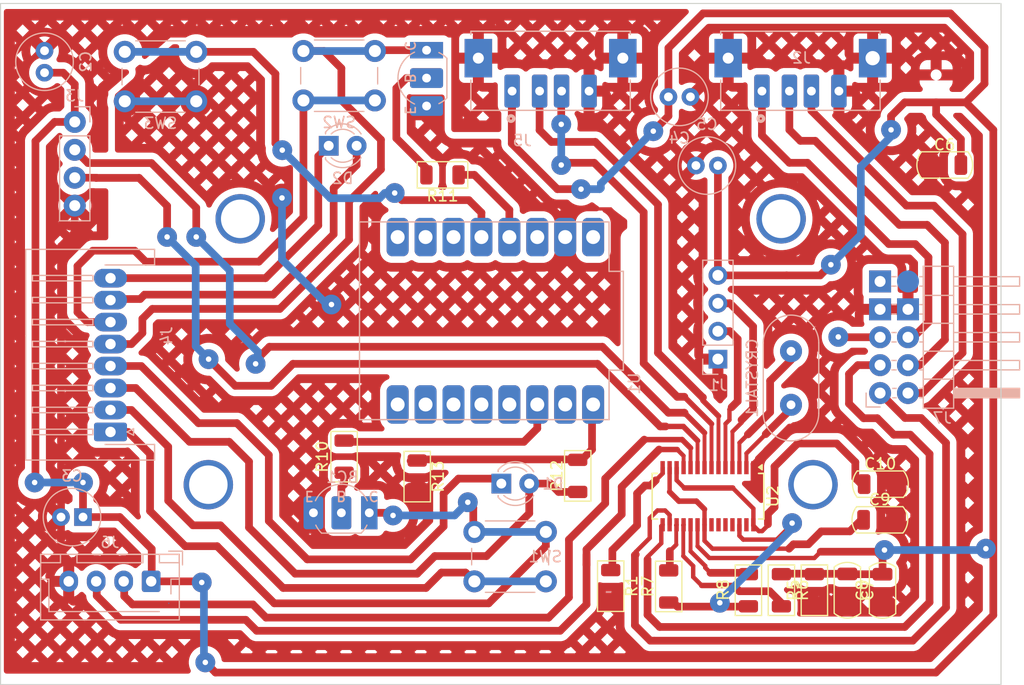
<source format=kicad_pcb>
(kicad_pcb (version 20241229) (generator "pcbnew") (generator_version "9.0")
  (layers (0 "F.Cu" signal) (2 "B.Cu" signal) (13 "F.Paste" user) (15 "B.Paste" user) (5 "F.SilkS" user "F.Silkscreen") (7 "B.SilkS" user "B.Silkscreen") (1 "F.Mask" user) (3 "B.Mask" user) (25 "Edge.Cuts" user))
  (net 0 "")
  (net 1 "GND")
  (net 2 "/VCC_2")
  (net 3 "/VD_3.3")
  (net 4 "/VCC_1")
  (net 5 "/FP_PW_L+")
  (net 6 "/FP_PW_L-")
  (net 7 "Net-(BC1-B)")
  (net 8 "/DATA_U+")
  (net 9 "Net-(BC2-B)")
  (net 10 "/DATA_1+")
  (net 11 "/DATA_U-")
  (net 12 "/DATA_1-")
  (net 13 "/FP_PW_B+")
  (net 14 "/FP_RST_B+")
  (net 15 "/FP_RST_B-")
  (net 16 "/FP_PW_B-")
  (net 17 "/DATA_3_SOCKET-")
  (net 18 "/DATA_3_SOCKET+")
  (net 19 "/ESP_USB_DATA+")
  (net 20 "/ESP_USB_DATA-")
  (net 21 "/DATA_4_SOCKET-")
  (net 22 "/DATA_4_SOCKET+")
  (net 23 "/GND_ESP")
  (net 24 "Net-(U2-VD33)")
  (net 25 "Net-(U2-VD18)")
  (net 26 "/GPIO3")
  (net 27 "/GPIO5")
  (net 28 "/GPIO4")
  (net 29 "/DATA_2+")
  (net 30 "/DATA_2-")
  (net 41 "/FP_HDD_L-")
  (net 42 "/FP_HDD_L+")
  (net 43 "Net-(U2-XIN)")
  (net 44 "Net-(U2-XOUT)")
  (net 46 "Net-(U2-VBUSM)")
  (net 47 "Net-(U2-~{XRSTJ})")
  (net 48 "Net-(U2-BUSJ)")
  (net 49 "Net-(U2-REXT)")
  (net 55 "/GPIO7")
  (footprint "PCM_Resistor_SMD_AKL:R_1206_3216Metric" (layer "F.Cu") (at 140.9 102.5625 -90)
    (property "Reference" "R13")
    (property "Value" "R_10kOm" (hide yes))
  )
  (footprint "PCM_Resistor_SMD_AKL:R_1206_3216Metric" (layer "F.Cu") (at 171.025 112.907668 90)
    (property "Reference" "R8")
    (property "Value" "R_100kOm" (hide yes))
  )
  (footprint "PCM_Resistor_SMD_AKL:R_1206_3216Metric" (layer "F.Cu") (at 158.5 112.5375 -90)
    (property "Reference" "R1")
    (property "Value" "2.7kOm" (hide yes))
  )
  (footprint "PCM_Capacitor_SMD_AKL:C_1206_3216Metric" (layer "F.Cu") (at 183.025 103.25)
    (property "Reference" "C10")
    (property "Value" "10uF_0603" (hide yes))
  )
  (footprint "PCM_Capacitor_SMD_AKL:C_1206_3216Metric" (layer "F.Cu") (at 182.975 106.5)
    (property "Reference" "C9")
    (property "Value" "10uF_0603" (hide yes))
  )
  (footprint "PCM_Capacitor_SMD_AKL:C_1206_3216Metric" (layer "F.Cu") (at 180.025 112.9 -90)
    (property "Reference" "C7")
    (property "Value" "10uF_0603" (hide yes))
  )
  (footprint "PCM_Resistor_SMD_AKL:R_1206_3216Metric" (layer "F.Cu") (at 155.5 102.5 90)
    (property "Reference" "R12")
    (property "Value" "R_10kOm" (hide yes))
  )
  (footprint "PCM_Resistor_SMD_AKL:R_1206_3216Metric" (layer "F.Cu") (at 177.025 112.907668 90)
    (property "Reference" "R5")
    (property "Value" "R_100kOm" (hide yes))
  )
  (footprint "PCM_Resistor_SMD_AKL:R_1206_3216Metric" (layer "F.Cu") (at 143.2 75.1 180)
    (property "Reference" "R11")
    (property "Value" "R_1kOm" (hide yes))
  )
  (footprint "PCM_Capacitor_SMD_AKL:C_1206_3216Metric" (layer "F.Cu") (at 183.225 112.925 90)
    (property "Reference" "C8")
    (property "Value" "10uF_0603" (hide yes))
  )
  (footprint "PCM_Resistor_SMD_AKL:R_1206_3216Metric" (layer "F.Cu") (at 174.025 112.907668 -90)
    (property "Reference" "R6")
    (property "Value" "R_47kOm" (hide yes))
  )
  (footprint "PCM_Capacitor_SMD_AKL:C_1206_3216Metric" (layer "F.Cu") (at 188.875 74.2)
    (property "Reference" "C6")
    (property "Value" "10uF_0603" (hide yes))
  )
  (footprint "Package_SO:SSOP-28_3.9x9.9mm_P0.635mm" (layer "F.Cu") (at 167.35 104.35 -90)
    (property "Reference" "U2")
    (property "Value" "FE1.1s")
  )
  (footprint "PCM_Resistor_SMD_AKL:R_1206_3216Metric" (layer "F.Cu") (at 134.25 100.75 -90)
    (property "Reference" "R10")
    (property "Value" "R_1kOm" (hide yes))
  )
  (footprint "PCM_Resistor_SMD_AKL:R_1206_3216Metric" (layer "F.Cu") (at 163.775 112.5625 90)
    (property "Reference" "R7")
    (property "Value" "R_100kOm" (hide yes))
  )
  (footprint "PCM_Capacitor_THT_AKL:C_Radial_D5.0mm_H11.0mm_P2.00mm" (layer "B.Cu") (at 107 65.8 90)
    (property "Reference" "C2")
    (property "Value" "100uF_16V" (hide yes))
  )
  (footprint "ESP32-C3_SUPERMINI_TH:MODULE_ESP32-C3_SUPERMINI" (layer "B.Cu") (at 147 88.38 90)
    (property "Reference" "U1")
    (property "Value" "ESP32-C3_SUPERMINI_TH")
  )
  (footprint "Connector_PinHeader_2.54mm:PinHeader_2x05_P2.54mm_Horizontal" (layer "B.Cu") (at 183 94.96)
    (property "Reference" "J7")
    (property "Value" "PINHD_2x5_Male")
  )
  (footprint "PCM_Package_TO_SOT_THT_AKL:TO-92_Inline_Wide_CBE" (layer "B.Cu") (at 141.75 63.75 -90)
    (property "Reference" "BC2" (hide yes))
    (property "Value" "Q2" (hide yes))
  )
  (footprint "PCM_Capacitor_THT_AKL:C_Radial_D5.0mm_H11.0mm_P2.00mm" (layer "B.Cu") (at 163.75 68)
    (property "Reference" "C4")
    (property "Value" "100uF_16V" (hide yes))
  )
  (footprint "LED_THT:LED_D3.0mm" (layer "B.Cu") (at 148.55 103.2)
    (property "Reference" "D1")
    (property "Value" "LED_3mm")
  )
  (footprint "LED_THT:LED_D3.0mm" (layer "B.Cu") (at 132.85 72.45)
    (property "Reference" "D2")
    (property "Value" "LED_3mm")
  )
  (footprint "Connector_JST:Connector_MB_FP" (layer "B.Cu") (at 111.4 98.5 90)
    (property "Reference" "J4")
    (property "Value" "Conn_01x08_Pin")
  )
  (footprint "Button_Switch_THT:SW_PUSH_6mm" (layer "B.Cu") (at 130.55 68.325)
    (property "Reference" "SW2")
    (property "Value" "Push_Button")
  )
  (footprint "PCM_Capacitor_THT_AKL:C_Radial_D5.0mm_H11.0mm_P2.00mm" (layer "B.Cu") (at 168.25 74.25 180)
    (property "Reference" "C5")
    (property "Value" "100uF_16V" (hide yes))
  )
  (footprint "USB-A1VSB6:ONSHORE_USB-A1VSB6" (layer "B.Cu") (at 153.03 64.475)
    (property "Reference" "J5")
    (property "Value" "USB_2")
  )
  (footprint "USB-A1VSB6:ONSHORE_USB-A1VSB6" (layer "B.Cu") (at 175.755 64.475)
    (property "Reference" "J2")
    (property "Value" "USB_1")
  )
  (footprint "Button_Switch_THT:SW_PUSH_6mm" (layer "B.Cu") (at 152.6 107.6 180)
    (property "Reference" "SW1")
    (property "Value" "Push_Button")
  )
  (footprint "Connector_JST:JST_XH_B4B-XH-AM_1x04_P2.50mm_Vertical" (layer "B.Cu") (at 116.7 112.1 180)
    (property "Reference" "J6")
    (property "Value" "USB_3_SOCKET")
  )
  (footprint "PCM_Package_TO_SOT_THT_AKL:TO-92_Inline_Wide_CBE" (layer "B.Cu") (at 136.54 105.86 180)
    (property "Reference" "BC1")
    (property "Value" "Q1" (hide yes))
  )
  (footprint "Connector_PinHeader_2.54mm:PinHeader_1x04_P2.54mm_Vertical" (layer "B.Cu") (at 168.25 91.87)
    (property "Reference" "J1")
    (property "Value" "Conn_01x04_Pin")
  )
  (footprint "Button_Switch_THT:SW_PUSH_6mm" (layer "B.Cu") (at 114.3 68.4)
    (property "Reference" "SW3")
    (property "Value" "Push_Button")
  )
  (footprint "Connector_PinHeader_2.54mm:PinHeader_1x04_P2.54mm_Vertical" (layer "B.Cu") (at 109.75 70.28 180)
    (property "Reference" "J3")
    (property "Value" "USB_4_SOCKET")
  )
  (footprint "Crystal:Crystal_HC49-4H_Vertical" (layer "B.Cu") (at 174.9 91.15 -90)
    (property "Reference" "CRYSTAL1")
    (property "Value" "12 000")
  )
  (footprint "PCM_Capacitor_THT_AKL:C_Radial_D5.0mm_H11.0mm_P2.00mm" (layer "B.Cu") (at 110.5 106.25 180)
    (property "Reference" "C3")
    (property "Value" "100uF_16V" (hide yes))
  )
  (gr_rect (start 103 59.5) (end 194 121.5) (stroke (width 0.1)) (fill no) (layer "Edge.Cuts"))
  (via (at 121.9 103.3) (size 4.5) (drill 3.5) (layers "F.Cu" "B.Cu") (net 0))
  (via (at 174 79.1) (size 4.5) (drill 3.5) (layers "F.Cu" "B.Cu") (net 0))
  (via (at 176.9 103.3) (size 4.5) (drill 3.5) (layers "F.Cu" "B.Cu") (net 0))
  (via (at 124.8 79.1) (size 4.5) (drill 3.5) (layers "F.Cu" "B.Cu") (net 0))
  (segment (start 174.8 98.1) (end 176.9 98.1) (width 0.7) (layer "F.Cu") (net 1))
  (segment (start 108.5 109.6) (end 109.25 110.35) (width 0.7) (layer "F.Cu") (net 1))
  (segment (start 171.4775 103.152595) (end 171.490732 103.165827) (width 0.5) (layer "F.Cu") (net 1))
  (segment (start 109.75 80.35) (end 108.5 81.6) (width 0.7) (layer "F.Cu") (net 1))
  (segment (start 172.7 100.2) (end 171.4775 101.4225) (width 0.5) (layer "F.Cu") (net 1))
  (segment (start 172.7 100.2) (end 174.8 98.1) (width 0.7) (layer "F.Cu") (net 1))
  (segment (start 109.75 77.9) (end 109.75 80.35) (width 0.7) (layer "F.Cu") (net 1))
  (segment (start 109.25 110.35) (end 109.25 112.05) (width 0.7) (layer "F.Cu") (net 1))
  (segment (start 171.4775 101.4225) (end 171.4775 103.152595) (width 0.5) (layer "F.Cu") (net 1))
  (segment (start 185.54 87.34) (end 183 87.34) (width 0.7) (layer "F.Cu") (net 1))
  (segment (start 109.25 112.05) (end 109.2 112.1) (width 0.7) (layer "F.Cu") (net 1))
  (segment (start 108.5 81.6) (end 108.5 109.6) (width 0.7) (layer "F.Cu") (net 1))
  (segment (start 176.9 98.1) (end 177.3 97.7) (width 0.7) (layer "F.Cu") (net 1))
  (segment (start 116.75 109.15) (end 113.85 106.25) (width 0.7) (layer "F.Cu") (net 2))
  (segment (start 174.072917 111.4) (end 177.108334 111.4) (width 0.7) (layer "F.Cu") (net 2))
  (segment (start 166.9 60.4) (end 189.4 60.4) (width 0.7) (layer "F.Cu") (net 2))
  (segment (start 116.7 112.1) (end 116.75 112.05) (width 0.7) (layer "F.Cu") (net 2))
  (segment (start 193.3 71) (end 190.8 68.5) (width 0.7) (layer "F.Cu") (net 2))
  (segment (start 185.25 68.5) (end 188.1 68.5) (width 0.7) (layer "F.Cu") (net 2))
  (segment (start 121.3 112.2) (end 121.2 112.1) (width 0.7) (layer "F.Cu") (net 2))
  (segment (start 121.2 112.1) (end 116.7 112.1) (width 0.7) (layer "F.Cu") (net 2))
  (segment (start 121.625 119.475) (end 122.55 120.4) (width 0.7) (layer "F.Cu") (net 2))
  (segment (start 174.5 84.25) (end 168.25 84.25) (width 0.7) (layer "F.Cu") (net 2))
  (segment (start 106.175 72.025) (end 107.92 70.28) (width 0.7) (layer "F.Cu") (net 2))
  (segment (start 163.75 68) (end 163.75 63.55) (width 0.7) (layer "F.Cu") (net 2))
  (segment (start 177.108334 111.4) (end 177.120834 111.4125) (width 0.7) (layer "F.Cu") (net 2))
  (segment (start 166.3975 106.95) (end 166.3975 108.8975) (width 0.35) (layer "F.Cu") (net 2))
  (segment (start 182.725 109.4) (end 182.725 109.425) (width 0.4) (layer "F.Cu") (net 2))
  (segment (start 192.5 63.5) (end 192.5 66.8) (width 0.7) (layer "F.Cu") (net 2))
  (segment (start 106.1 103.1) (end 106.175 103.025) (width 0.7) (layer "F.Cu") (net 2))
  (segment (start 109.75 66.85) (end 108.7 65.8) (width 0.7) (layer "F.Cu") (net 2))
  (segment (start 149.5 72.25) (end 149.5 69.06) (width 0.7) (layer "F.Cu") (net 2))
  (segment (start 180.10625 111.4125) (end 180.16875 111.35) (width 0.7) (layer "F.Cu") (net 2))
  (segment (start 153.65 76.4) (end 149.5 72.25) (width 0.7) (layer "F.Cu") (net 2))
  (segment (start 178.525 83.275) (end 177.55 84.25) (width 0.7) (layer "F.Cu") (net 2))
  (segment (start 180.05 111.45) (end 180.025 111.425) (width 0.7) (layer "F.Cu") (net 2))
  (segment (start 177.6 109.4) (end 182.725 109.4) (width 0.7) (layer "F.Cu") (net 2))
  (segment (start 182.725 109.425) (end 183.225 109.925) (width 0.7) (layer "F.Cu") (net 2))
  (segment (start 168.2 84.2) (end 168.25 84.25) (width 0.7) (layer "F.Cu") (net 2))
  (segment (start 168.25 84.25) (end 168.25 74.25) (width 0.7) (layer "F.Cu") (net 2))
  (segment (start 155.8 76.4) (end 153.65 76.4) (width 0.7) (layer "F.Cu") (net 2))
  (segment (start 167.475 109.975) (end 177.025 109.975) (width 0.4) (layer "F.Cu") (net 2))
  (segment (start 149.5 69.06) (end 149.53 69.03) (width 0.7) (layer "F.Cu") (net 2))
  (segment (start 183.4 109.25) (end 183.4 109.75) (width 0.4) (layer "F.Cu") (net 2))
  (segment (start 183.225 111.45) (end 180.05 111.45) (width 0.7) (layer "F.Cu") (net 2))
  (segment (start 107.92 70.28) (end 109.75 70.28) (width 0.7) (layer "F.Cu") (net 2))
  (segment (start 189.4 60.4) (end 192.5 63.5) (width 0.7) (layer "F.Cu") (net 2))
  (segment (start 188.1 68.5) (end 188.1 69.6) (width 0.7) (layer "F.Cu") (net 2))
  (segment (start 108.7 65.8) (end 107 65.8) (width 0.7) (layer "F.Cu") (net 2))
  (segment (start 110.5 103.1) (end 110.5 106.25) (width 0.7) (layer "F.Cu") (net 2))
  (segment (start 183.4 109.75) (end 183.225 109.925) (width 0.4) (layer "F.Cu") (net 2))
  (segment (start 149.53 69.03) (end 149.53 67.475) (width 0.7) (layer "F.Cu") (net 2))
  (segment (start 193.3 115.175) (end 193.3 71) (width 0.7) (layer "F.Cu") (net 2))
  (segment (start 163.75 69.744186) (end 163.75 68) (width 0.7) (layer "F.Cu") (net 2))
  (segment (start 116.75 112.05) (end 116.75 109.15) (width 0.7) (layer "F.Cu") (net 2))
  (segment (start 190.8 68.5) (end 188.1 68.5) (width 0.7) (layer "F.Cu") (net 2))
  (segment (start 192.5 66.8) (end 190.8 68.5) (width 0.7) (layer "F.Cu") (net 2))
  (segment (start 177.120834 111.4125) (end 180.10625 111.4125) (width 0.7) (layer "F.Cu") (net 2))
  (segment (start 179.2 89.85) (end 179.23 89.88) (width 0.7) (layer "F.Cu") (net 2))
  (segment (start 183.225 109.925) (end 183.225 111.45) (width 0.7) (layer "F.Cu") (net 2))
  (segment (start 184 71) (end 184 69.75) (width 0.7) (layer "F.Cu") (net 2))
  (segment (start 166.3975 108.8975) (end 167.475 109.975) (width 0.4) (layer "F.Cu") (net 2))
  (segment (start 179.23 89.88) (end 183 89.88) (width 0.7) (layer "F.Cu") (net 2))
  (segment (start 163.75 63.55) (end 166.9 60.4) (width 0.7) (layer "F.Cu") (net 2))
  (segment (start 106.175 103.025) (end 106.175 72.025) (width 0.7) (layer "F.Cu") (net 2))
  (segment (start 188.075 120.4) (end 193.3 115.175) (width 0.7) (layer "F.Cu") (net 2))
  (segment (start 177.55 84.25) (end 174.5 84.25) (width 0.7) (layer "F.Cu") (net 2))
  (segment (start 113.85 106.25) (end 110.5 106.25) (width 0.7) (layer "F.Cu") (net 2))
  (segment (start 177.025 109.975) (end 177.6 109.4) (width 0.4) (layer "F.Cu") (net 2))
  (segment (start 122.55 120.4) (end 188.075 120.4) (width 0.7) (layer "F.Cu") (net 2))
  (segment (start 188.1 69.6) (end 190.35 71.85) (width 0.7) (layer "F.Cu") (net 2))
  (segment (start 190.35 71.85) (end 190.35 74.2) (width 0.7) (layer "F.Cu") (net 2))
  (segment (start 184 69.75) (end 185.25 68.5) (width 0.7) (layer "F.Cu") (net 2))
  (segment (start 162.372093 71.122093) (end 163.75 69.744186) (width 0.7) (layer "F.Cu") (net 2))
  (segment (start 109.75 70.28) (end 109.75 66.85) (width 0.7) (layer "F.Cu") (net 2))
  (via (at 155.8 76.4) (size 1.8) (drill 0.5) (layers "F.Cu" "B.Cu") (net 2))
  (via (at 192.625 109.125) (size 1.8) (drill 0.5) (layers "F.Cu" "B.Cu") (net 2))
  (via (at 110.5 103.1) (size 1.8) (drill 0.5) (layers "F.Cu" "B.Cu") (net 2))
  (via (at 184 71) (size 1.8) (drill 0.5) (layers "F.Cu" "B.Cu") (net 2))
  (via (at 106.1 103.1) (size 1.8) (drill 0.5) (layers "F.Cu" "B.Cu") (net 2))
  (via (at 179.2 89.85) (size 1.8) (drill 0.5) (layers "F.Cu" "B.Cu") (net 2))
  (via (at 183.4 109.25) (size 1.8) (drill 0.5) (layers "F.Cu" "B.Cu") (net 2))
  (via (at 162.372093 71.122093) (size 1.8) (drill 0.5) (layers "F.Cu" "B.Cu") (net 2))
  (via (at 178.525 83.275) (size 1.8) (drill 0.5) (layers "F.Cu" "B.Cu") (net 2))
  (via (at 121.3 112.2) (size 1.8) (drill 0.5) (layers "F.Cu" "B.Cu") (net 2))
  (via (at 121.625 119.475) (size 1.8) (drill 0.5) (layers "F.Cu" "B.Cu") (net 2))
  (segment (start 192.5 109.25) (end 192.625 109.125) (width 0.4) (layer "B.Cu") (net 2))
  (segment (start 184 71.6) (end 181.25 74.35) (width 0.7) (layer "B.Cu") (net 2))
  (segment (start 121.5 112.4) (end 121.5 119.35) (width 0.7) (layer "B.Cu") (net 2))
  (segment (start 155.8 76.4) (end 157.5 76.4) (width 0.7) (layer "B.Cu") (net 2))
  (segment (start 157.5 76.4) (end 157.6 76.3) (width 0.7) (layer "B.Cu") (net 2))
  (segment (start 181.25 74.35) (end 181.25 80.55) (width 0.7) (layer "B.Cu") (net 2))
  (segment (start 183.4 109.25) (end 192.5 109.25) (width 0.7) (layer "B.Cu") (net 2))
  (segment (start 110.5 103.1) (end 106.1 103.1) (width 0.7) (layer "B.Cu") (net 2))
  (segment (start 157.6 76.3) (end 157.6 75.894186) (width 0.7) (layer "B.Cu") (net 2))
  (segment (start 181.25 80.55) (end 178.525 83.275) (width 0.7) (layer "B.Cu") (net 2))
  (segment (start 157.6 75.894186) (end 162.372093 71.122093) (width 0.7) (layer "B.Cu") (net 2))
  (segment (start 121.3 112.2) (end 121.5 112.4) (width 0.7) (layer "B.Cu") (net 2))
  (segment (start 184 71) (end 184 71.6) (width 0.7) (layer "B.Cu") (net 2))
  (segment (start 121.5 119.35) (end 121.625 119.475) (width 0.7) (layer "B.Cu") (net 2))
  (segment (start 164.575 114.4) (end 164.225 114.05) (width 0.7) (layer "F.Cu") (net 3))
  (segment (start 164.225 114.05) (end 164.175 114) (width 0.4) (layer "F.Cu") (net 3))
  (segment (start 175 106.8) (end 174.775 107.025) (width 0.4) (layer "F.Cu") (net 3))
  (segment (start 174.775 107.125) (end 173.6 108.3) (width 0.4) (layer "F.Cu") (net 3))
  (segment (start 170.5575 108.3) (end 170.2075 107.95) (width 0.4) (layer "F.Cu") (net 3))
  (segment (start 173.6 108.3) (end 170.5575 108.3) (width 0.4) (layer "F.Cu") (net 3))
  (segment (start 170.2075 107.95) (end 170.2075 106.95) (width 0.4) (layer "F.Cu") (net 3))
  (segment (start 170.65 114.4) (end 164.575 114.4) (width 0.7) (layer "F.Cu") (net 3))
  (segment (start 170.679832 114.370168) (end 170.65 114.4) (width 0.7) (layer "F.Cu") (net 3))
  (segment (start 171.025 114.370168) (end 170.679832 114.370168) (width 0.7) (layer "F.Cu") (net 3))
  (segment (start 174.775 107.025) (end 174.775 107.125) (width 0.4) (layer "F.Cu") (net 3))
  (via (at 175 106.8) (size 1.8) (drill 0.5) (layers "F.Cu" "B.Cu") (net 3))
  (via (at 168.425 114.05) (size 1.8) (drill 0.5) (layers "F.Cu" "B.Cu") (net 3))
  (segment (start 175.1 107.2) (end 168.425 113.875) (width 0.7) (layer "B.Cu") (net 3))
  (segment (start 175.1 106.9) (end 175.1 107.2) (width 0.7) (layer "B.Cu") (net 3))
  (segment (start 168.425 113.875) (end 168.425 114.05) (width 0.7) (layer "B.Cu") (net 3))
  (segment (start 175 106.8) (end 175.1 106.9) (width 0.7) (layer "B.Cu") (net 3))
  (segment (start 174.75 74) (end 172.255 71.505) (width 0.7) (layer "F.Cu") (net 4))
  (segment (start 185.54 89.88) (end 186.02 89.88) (width 0.7) (layer "F.Cu") (net 4))
  (segment (start 176.4 74) (end 174.75 74) (width 0.7) (layer "F.Cu") (net 4))
  (segment (start 172.255 71.505) (end 172.255 67.475) (width 0.7) (layer "F.Cu") (net 4))
  (segment (start 187.4 82.6) (end 186.2 81.4) (width 0.7) (layer "F.Cu") (net 4))
  (segment (start 187.4 88.5) (end 187.4 82.6) (width 0.7) (layer "F.Cu") (net 4))
  (segment (start 186.2 81.4) (end 183.8 81.4) (width 0.7) (layer "F.Cu") (net 4))
  (segment (start 183.8 81.4) (end 176.4 74) (width 0.7) (layer "F.Cu") (net 4))
  (segment (start 186.02 89.88) (end 187.4 88.5) (width 0.7) (layer "F.Cu") (net 4))
  (segment (start 151.09 105.91) (end 151.09 103.2) (width 0.7) (layer "F.Cu") (net 5))
  (segment (start 155.5 103.9625) (end 153.7625 103.9625) (width 0.7) (layer "F.Cu") (net 5))
  (segment (start 153.7625 103.9625) (end 153 103.2) (width 0.7) (layer "F.Cu") (net 5))
  (segment (start 123.8 99.4) (end 125.6 101.2) (width 0.7) (layer "F.Cu") (net 5))
  (segment (start 113 94.5) (end 115.3 94.5) (width 0.7) (layer "F.Cu") (net 5))
  (segment (start 125.6 107.2) (end 129.8 111.4) (width 0.7) (layer "F.Cu") (net 5))
  (segment (start 153 103.2) (end 151.09 103.2) (width 0.7) (layer "F.Cu") (net 5))
  (segment (start 140.9 111.4) (end 142.5 109.8) (width 0.7) (layer "F.Cu") (net 5))
  (segment (start 142.5 109.8) (end 147.2 109.8) (width 0.7) (layer "F.Cu") (net 5))
  (segment (start 120.2 99.4) (end 123.8 99.4) (width 0.7) (layer "F.Cu") (net 5))
  (segment (start 115.3 94.5) (end 120.2 99.4) (width 0.7) (layer "F.Cu") (net 5))
  (segment (start 129.8 111.4) (end 140.9 111.4) (width 0.7) (layer "F.Cu") (net 5))
  (segment (start 125.6 101.2) (end 125.6 107.2) (width 0.7) (layer "F.Cu") (net 5))
  (segment (start 147.2 109.8) (end 151.09 105.91) (width 0.7) (layer "F.Cu") (net 5))
  (segment (start 115.8 92.5) (end 121 97.7) (width 0.7) (layer "F.Cu") (net 6))
  (segment (start 148.1 102.75) (end 148.55 103.2) (width 0.7) (layer "F.Cu") (net 6))
  (segment (start 143.3 104.1) (end 144.65 102.75) (width 0.7) (layer "F.Cu") (net 6))
  (segment (start 144.65 102.75) (end 148.1 102.75) (width 0.7) (layer "F.Cu") (net 6))
  (segment (start 127.4 106.6) (end 130.9 110.1) (width 0.7) (layer "F.Cu") (net 6))
  (segment (start 130.9 110.1) (end 140.3 110.1) (width 0.7) (layer "F.Cu") (net 6))
  (segment (start 113 92.5) (end 115.8 92.5) (width 0.7) (layer "F.Cu") (net 6))
  (segment (start 121 97.7) (end 124.5 97.7) (width 0.7) (layer "F.Cu") (net 6))
  (segment (start 127.4 100.6) (end 127.4 106.6) (width 0.7) (layer "F.Cu") (net 6))
  (segment (start 143.3 107.1) (end 143.3 104.1) (width 0.7) (layer "F.Cu") (net 6))
  (segment (start 124.5 97.7) (end 127.4 100.6) (width 0.7) (layer "F.Cu") (net 6))
  (segment (start 148.45 103.3) (end 148.55 103.2) (width 0.7) (layer "F.Cu") (net 6))
  (segment (start 140.3 110.1) (end 143.3 107.1) (width 0.7) (layer "F.Cu") (net 6))
  (segment (start 134 105.7) (end 134 103.525) (width 0.7) (layer "F.Cu") (net 7))
  (segment (start 134.25 103.275) (end 134.25 102.2125) (width 0.7) (layer "F.Cu") (net 7))
  (segment (start 134 103.525) (end 134.25 103.275) (width 0.7) (layer "F.Cu") (net 7))
  (segment (start 186.73 97.23) (end 185.27 97.23) (width 0.7) (layer "F.Cu") (net 8))
  (segment (start 162.5 117.5) (end 185.975 117.5) (width 0.7) (layer "F.Cu") (net 8))
  (segment (start 162.425 117.5) (end 162.1 117.5) (width 0.7) (layer "F.Cu") (net 8))
  (segment (start 163.45 105.65) (end 163.8575 106.0575) (width 0.4) (layer "F.Cu") (net 8))
  (segment (start 160.7 109.725) (end 160.775 109.65) (width 0.7) (layer "F.Cu") (net 8))
  (segment (start 189 114.475) (end 189 99.5) (width 0.7) (layer "F.Cu") (net 8))
  (segment (start 189 99.5) (end 186.73 97.23) (width 0.7) (layer "F.Cu") (net 8))
  (segment (start 162.75 105.65) (end 163.45 105.65) (width 0.4) (layer "F.Cu") (net 8))
  (segment (start 163.8575 106.0575) (end 163.8575 106.95) (width 0.4) (layer "F.Cu") (net 8))
  (segment (start 162.1 117.5) (end 160.7 116.1) (width 0.7) (layer "F.Cu") (net 8))
  (segment (start 160.775 109.425) (end 162.05 108.15) (width 0.4) (layer "F.Cu") (net 8))
  (segment (start 185.27 97.23) (end 183 94.96) (width 0.7) (layer "F.Cu") (net 8))
  (segment (start 160.775 109.65) (end 160.775 109.425) (width 0.4) (layer "F.Cu") (net 8))
  (segment (start 162.05 108.15) (end 162.05 106.35) (width 0.4) (layer "F.Cu") (net 8))
  (segment (start 162.05 106.35) (end 162.75 105.65) (width 0.4) (layer "F.Cu") (net 8))
  (segment (start 162.5 117.5) (end 162.425 117.5) (width 0.4) (layer "F.Cu") (net 8))
  (segment (start 160.7 116.1) (end 160.7 109.725) (width 0.7) (layer "F.Cu") (net 8))
  (segment (start 185.975 117.5) (end 189 114.475) (width 0.7) (layer "F.Cu") (net 8))
  (segment (start 139 71.7625) (end 139 67.211349) (width 0.7) (layer "F.Cu") (net 9))
  (segment (start 139 67.211349) (end 139.921349 66.29) (width 0.7) (layer "F.Cu") (net 9))
  (segment (start 139.921349 66.29) (end 141.75 66.29) (width 0.7) (layer "F.Cu") (net 9))
  (segment (start 141.7375 74.5) (end 139 71.7625) (width 0.7) (layer "F.Cu") (net 9))
  (segment (start 185.4 77.9) (end 187.9 77.9) (width 0.7) (layer "F.Cu") (net 10))
  (segment (start 186.84 94.96) (end 185.54 94.96) (width 0.7) (layer "F.Cu") (net 10))
  (segment (start 190.5 91.3) (end 186.84 94.96) (width 0.7) (layer "F.Cu") (net 10))
  (segment (start 176.755 69.255) (end 185.4 77.9) (width 0.7) (layer "F.Cu") (net 10))
  (segment (start 187.9 77.9) (end 190.5 80.5) (width 0.7) (layer "F.Cu") (net 10))
  (segment (start 176.755 67.475) (end 176.755 69.255) (width 0.7) (layer "F.Cu") (net 10))
  (segment (start 190.5 80.5) (end 190.5 91.3) (width 0.7) (layer "F.Cu") (net 10))
  (segment (start 187.5 114) (end 185.25 116.25) (width 0.7) (layer "F.Cu") (net 11))
  (segment (start 184.25 98.75) (end 185.75 98.75) (width 0.7) (layer "F.Cu") (net 11))
  (segment (start 163.1 107.0725) (end 163.2225 106.95) (width 0.4) (layer "F.Cu") (net 11))
  (segment (start 161.85 110.1) (end 161.85 109.875) (width 0.4) (layer "F.Cu") (net 11))
  (segment (start 161.85 109.875) (end 163.1 108.625) (width 0.4) (layer "F.Cu") (net 11))
  (segment (start 163.1 108.625) (end 163.1 107.0725) (width 0.4) (layer "F.Cu") (net 11))
  (segment (start 185.75 98.75) (end 187.5 100.5) (width 0.7) (layer "F.Cu") (net 11))
  (segment (start 183 92.42) (end 180.98 92.42) (width 0.7) (layer "F.Cu") (net 11))
  (segment (start 185.25 116.25) (end 162.95 116.25) (width 0.7) (layer "F.Cu") (net 11))
  (segment (start 182.75 97.25) (end 184.25 98.75) (width 0.7) (layer "F.Cu") (net 11))
  (segment (start 187.5 100.5) (end 187.5 114) (width 0.7) (layer "F.Cu") (net 11))
  (segment (start 180.175 93.225) (end 180.175 95.925) (width 0.7) (layer "F.Cu") (net 11))
  (segment (start 180.98 92.42) (end 180.175 93.225) (width 0.7) (layer "F.Cu") (net 11))
  (segment (start 180.175 95.925) (end 181.5 97.25) (width 0.7) (layer "F.Cu") (net 11))
  (segment (start 162.95 116.25) (end 161.85 115.15) (width 0.7) (layer "F.Cu") (net 11))
  (segment (start 161.85 115.15) (end 161.85 110.1) (width 0.7) (layer "F.Cu") (net 11))
  (segment (start 181.5 97.25) (end 182.75 97.25) (width 0.7) (layer "F.Cu") (net 11))
  (segment (start 188.9 90.1) (end 188.9 81.275) (width 0.7) (layer "F.Cu") (net 12))
  (segment (start 185.54 92.42) (end 186.58 92.42) (width 0.7) (layer "F.Cu") (net 12))
  (segment (start 186.58 92.42) (end 188.9 90.1) (width 0.7) (layer "F.Cu") (net 12))
  (segment (start 174.755 68.655) (end 174.755 67.475) (width 0.7) (layer "F.Cu") (net 12))
  (segment (start 174.75 68.66) (end 174.755 68.655) (width 0.7) (layer "F.Cu") (net 12))
  (segment (start 175.75 72) (end 174.75 71) (width 0.7) (layer "F.Cu") (net 12))
  (segment (start 174.75 71) (end 174.75 68.66) (width 0.7) (layer "F.Cu") (net 12))
  (segment (start 184.75 79.65) (end 177.1 72) (width 0.7) (layer "F.Cu") (net 12))
  (segment (start 187.275 79.65) (end 184.75 79.65) (width 0.7) (layer "F.Cu") (net 12))
  (segment (start 177.1 72) (end 175.75 72) (width 0.7) (layer "F.Cu") (net 12))
  (segment (start 188.9 81.275) (end 187.275 79.65) (width 0.7) (layer "F.Cu") (net 12))
  (segment (start 122.7 108.9) (end 127.9 114.1) (width 0.7) (layer "F.Cu") (net 13))
  (segment (start 152.6 108.9) (end 152.6 107.6) (width 0.7) (layer "F.Cu") (net 13))
  (segment (start 145.5 104.9) (end 146 105.4) (width 0.7) (layer "F.Cu") (net 13))
  (segment (start 127.9 114.1) (end 147.4 114.1) (width 0.7) (layer "F.Cu") (net 13))
  (segment (start 138.7 106.1) (end 138.46 105.86) (width 0.7) (layer "F.Cu") (net 13))
  (segment (start 116.6 105.7) (end 119.8 108.9) (width 0.7) (layer "F.Cu") (net 13))
  (segment (start 113 98.5) (end 114.6 98.5) (width 0.7) (layer "F.Cu") (net 13))
  (segment (start 152.4 107.6) (end 152.6 107.6) (width 0.7) (layer "F.Cu") (net 13))
  (segment (start 138.46 105.86) (end 136.74 105.86) (width 0.7) (layer "F.Cu") (net 13))
  (segment (start 145.9 107.4) (end 146.1 107.6) (width 0.7) (layer "F.Cu") (net 13))
  (segment (start 146 107.5) (end 146.1 107.6) (width 0.7) (layer "F.Cu") (net 13))
  (segment (start 146 105.4) (end 146 107.5) (width 0.7) (layer "F.Cu") (net 13))
  (segment (start 147.4 114.1) (end 152.6 108.9) (width 0.7) (layer "F.Cu") (net 13))
  (segment (start 116.6 100.5) (end 116.6 105.7) (width 0.7) (layer "F.Cu") (net 13))
  (segment (start 114.6 98.5) (end 116.6 100.5) (width 0.7) (layer "F.Cu") (net 13))
  (segment (start 119.8 108.9) (end 122.7 108.9) (width 0.7) (layer "F.Cu") (net 13))
  (via (at 138.7 106.1) (size 1.8) (drill 0.5) (layers "F.Cu" "B.Cu") (net 13))
  (via (at 145.5 104.9) (size 1.8) (drill 0.5) (layers "F.Cu" "B.Cu") (net 13))
  (segment (start 146.1 107.6) (end 152.6 107.6) (width 0.7) (layer "B.Cu") (net 13))
  (segment (start 144.3 106.1) (end 145.5 104.9) (width 0.7) (layer "B.Cu") (net 13))
  (segment (start 138.7 106.1) (end 144.3 106.1) (width 0.7) (layer "B.Cu") (net 13))
  (segment (start 141.75 63.75) (end 137.125 63.75) (width 0.7) (layer "F.Cu") (net 14))
  (segment (start 134 65.4) (end 132.425 63.825) (width 0.7) (layer "F.Cu") (net 14))
  (segment (start 114.9 90.5) (end 115.9 89.5) (width 0.7) (layer "F.Cu") (net 14))
  (segment (start 115.9 88.2) (end 116.8 87.3) (width 0.7) (layer "F.Cu") (net 14))
  (segment (start 132.425 63.825) (end 130.55 63.825) (width 0.7) (layer "F.Cu") (net 14))
  (segment (start 137.6 71.9) (end 134 68.3) (width 0.7) (layer "F.Cu") (net 14))
  (segment (start 137.125 63.75) (end 137.05 63.825) (width 0.7) (layer "F.Cu") (net 14))
  (segment (start 134.7 81) (end 134.7 77.5) (width 0.7) (layer "F.Cu") (net 14))
  (segment (start 113 90.5) (end 114.9 90.5) (width 0.7) (layer "F.Cu") (net 14))
  (segment (start 128.4 87.3) (end 134.7 81) (width 0.7) (layer "F.Cu") (net 14))
  (segment (start 116.8 87.3) (end 128.4 87.3) (width 0.7) (layer "F.Cu") (net 14))
  (segment (start 137.6 74.6) (end 137.6 71.9) (width 0.7) (layer "F.Cu") (net 14))
  (segment (start 134 68.3) (end 134 65.4) (width 0.7) (layer "F.Cu") (net 14))
  (segment (start 134.7 77.5) (end 137.6 74.6) (width 0.7) (layer "F.Cu") (net 14))
  (segment (start 115.9 89.5) (end 115.9 88.2) (width 0.7) (layer "F.Cu") (net 14))
  (segment (start 137.05 63.825) (end 130.55 63.825) (width 0.7) (layer "B.Cu") (net 14))
  (segment (start 115.2 82) (end 111.4 82) (width 0.7) (layer "F.Cu") (net 15))
  (segment (start 110.9 88.5) (end 113 88.5) (width 0.7) (layer "F.Cu") (net 15))
  (segment (start 130.55 78.95) (end 126.5 83) (width 0.7) (layer "F.Cu") (net 15))
  (segment (start 126.5 83) (end 116.2 83) (width 0.7) (layer "F.Cu") (net 15))
  (segment (start 111.4 82) (end 110 83.4) (width 0.7) (layer "F.Cu") (net 15))
  (segment (start 110 87.6) (end 110.9 88.5) (width 0.7) (layer "F.Cu") (net 15))
  (segment (start 110 83.4) (end 110 87.6) (width 0.7) (layer "F.Cu") (net 15))
  (segment (start 130.55 68.325) (end 130.55 78.95) (width 0.7) (layer "F.Cu") (net 15))
  (segment (start 116.2 83) (end 115.2 82) (width 0.7) (layer "F.Cu") (net 15))
  (segment (start 130.55 68.325) (end 137.05 68.325) (width 0.7) (layer "B.Cu") (net 15))
  (segment (start 145.3 111.3) (end 146.1 112.1) (width 0.7) (layer "F.Cu") (net 16))
  (segment (start 123 107) (end 128.7 112.7) (width 0.7) (layer "F.Cu") (net 16))
  (segment (start 143.1 111.3) (end 145.3 111.3) (width 0.7) (layer "F.Cu") (net 16))
  (segment (start 141.7 112.7) (end 143.1 111.3) (width 0.7) (layer "F.Cu") (net 16))
  (segment (start 120.5 107) (end 123 107) (width 0.7) (layer "F.Cu") (net 16))
  (segment (start 128.7 112.7) (end 141.7 112.7) (width 0.7) (layer "F.Cu") (net 16))
  (segment (start 114.9 96.5) (end 118.25 99.85) (width 0.7) (layer "F.Cu") (net 16))
  (segment (start 118.25 104.75) (end 120.5 107) (width 0.7) (layer "F.Cu") (net 16))
  (segment (start 113 96.5) (end 114.9 96.5) (width 0.7) (layer "F.Cu") (net 16))
  (segment (start 118.25 99.85) (end 118.25 104.75) (width 0.7) (layer "F.Cu") (net 16))
  (segment (start 152.6 112.1) (end 146.1 112.1) (width 0.7) (layer "B.Cu") (net 16))
  (segment (start 125.95 114.2) (end 115 114.2) (width 0.7) (layer "F.Cu") (net 17))
  (segment (start 114.25 112.15) (end 114.2 112.1) (width 0.7) (layer "F.Cu") (net 17))
  (segment (start 114.25 113.45) (end 114.25 112.15) (width 0.7) (layer "F.Cu") (net 17))
  (segment (start 115 114.2) (end 114.25 113.45) (width 0.7) (layer "F.Cu") (net 17))
  (segment (start 161.551 99.199) (end 164.998942 99.199) (width 0.5) (layer "F.Cu") (net 17))
  (segment (start 127.15 115.4) (end 125.95 114.2) (width 0.7) (layer "F.Cu") (net 17))
  (segment (start 161.551 99.199) (end 158 102.75) (width 0.7) (layer "F.Cu") (net 17))
  (segment (start 158 105) (end 154.7 108.3) (width 0.7) (layer "F.Cu") (net 17))
  (segment (start 165.7625 99.962558) (end 165.7625 101.75) (width 0.35) (layer "F.Cu") (net 17))
  (segment (start 164.998942 99.199) (end 165.7625 99.962558) (width 0.5) (layer "F.Cu") (net 17))
  (segment (start 154.7 108.3) (end 154.7 113.55) (width 0.7) (layer "F.Cu") (net 17))
  (segment (start 158 102.75) (end 158 105) (width 0.7) (layer "F.Cu") (net 17))
  (segment (start 152.85 115.4) (end 127.15 115.4) (width 0.7) (layer "F.Cu") (net 17))
  (segment (start 154.7 113.55) (end 152.85 115.4) (width 0.7) (layer "F.Cu") (net 17))
  (segment (start 113.9375 115.6) (end 111.75 113.4125) (width 0.7) (layer "F.Cu") (net 18))
  (segment (start 126.3 116.6) (end 125.3 115.6) (width 0.7) (layer "F.Cu") (net 18))
  (segment (start 156.3 110.575) (end 156.3 109.7) (width 0.7) (layer "F.Cu") (net 18))
  (segment (start 111.75 112.15) (end 111.7 112.1) (width 0.7) (layer "F.Cu") (net 18))
  (segment (start 156.3 114.2) (end 153.9 116.6) (width 0.7) (layer "F.Cu") (net 18))
  (segment (start 159.5 103.5) (end 159.5 106) (width 0.7) (layer "F.Cu") (net 18))
  (segment (start 165.1275 100.6775) (end 165.1275 101.75) (width 0.35) (layer "F.Cu") (net 18))
  (segment (start 111.75 113.4125) (end 111.75 112.15) (width 0.7) (layer "F.Cu") (net 18))
  (segment (start 156.3 109.2) (end 156.3 110.575) (width 0.7) (layer "F.Cu") (net 18))
  (segment (start 162.9 100.1) (end 164.55 100.1) (width 0.5) (layer "F.Cu") (net 18))
  (segment (start 162.9 100.1) (end 159.5 103.5) (width 0.7) (layer "F.Cu") (net 18))
  (segment (start 125.3 115.6) (end 113.9375 115.6) (width 0.7) (layer "F.Cu") (net 18))
  (segment (start 164.55 100.1) (end 165.1275 100.6775) (width 0.4) (layer "F.Cu") (net 18))
  (segment (start 159.5 106) (end 156.3 109.2) (width 0.7) (layer "F.Cu") (net 18))
  (segment (start 153.9 116.6) (end 126.3 116.6) (width 0.7) (layer "F.Cu") (net 18))
  (segment (start 156.3 110.575) (end 156.3 114.2) (width 0.7) (layer "F.Cu") (net 18))
  (segment (start 170.05 95.7) (end 170.05 90.05) (width 0.7) (layer "F.Cu") (net 19))
  (segment (start 169.3 96.45) (end 169.3 97.4) (width 0.4) (layer "F.Cu") (net 19))
  (segment (start 169.5 96.25) (end 169.3 96.45) (width 0.4) (layer "F.Cu") (net 19))
  (segment (start 168.9375 97.7625) (end 168.9375 101.75) (width 0.35) (layer "F.Cu") (net 19))
  (segment (start 169.5 96.25) (end 170.05 95.7) (width 0.7) (layer "F.Cu") (net 19))
  (segment (start 169.33 89.33) (end 168.25 89.33) (width 0.7) (layer "F.Cu") (net 19))
  (segment (start 169.3 97.4) (end 168.9375 97.7625) (width 0.4) (layer "F.Cu") (net 19))
  (segment (start 170.05 90.05) (end 169.33 89.33) (width 0.7) (layer "F.Cu") (net 19))
  (segment (start 171.45 96.35) (end 171.45 88.9) (width 0.7) (layer "F.Cu") (net 20))
  (segment (start 169.34 86.79) (end 168.25 86.79) (width 0.7) (layer "F.Cu") (net 20))
  (segment (start 169.5725 98.4775) (end 169.5725 101.75) (width 0.35) (layer "F.Cu") (net 20))
  (segment (start 170.4 97.65) (end 170.4 97.4) (width 0.4) (layer "F.Cu") (net 20))
  (segment (start 169.5725 98.4775) (end 170.4 97.65) (width 0.4) (layer "F.Cu") (net 20))
  (segment (start 170.4 97.4) (end 171.45 96.35) (width 0.7) (layer "F.Cu") (net 20))
  (segment (start 171.45 88.9) (end 169.34 86.79) (width 0.7) (layer "F.Cu") (net 20))
  (segment (start 126.2 92) (end 127.45 90.75) (width 0.7) (layer "F.Cu") (net 21))
  (segment (start 165.225 96.775) (end 167.0325 98.5825) (width 0.5) (layer "F.Cu") (net 21))
  (segment (start 120.8 80.75) (end 120.8 78.1) (width 0.7) (layer "F.Cu") (net 21))
  (segment (start 110.955 74.025) (end 109.75 72.82) (width 0.7) (layer "F.Cu") (net 21))
  (segment (start 126.2 92.3) (end 126.2 92) (width 0.7) (layer "F.Cu") (net 21))
  (segment (start 116.725 74.025) (end 110.955 74.025) (width 0.7) (layer "F.Cu") (net 21))
  (segment (start 120.8 78.1) (end 116.725 74.025) (width 0.7) (layer "F.Cu") (net 21))
  (segment (start 157.75 90.75) (end 163.75 96.75) (width 0.7) (layer "F.Cu") (net 21))
  (segment (start 127.45 90.75) (end 157.75 90.75) (width 0.7) (layer "F.Cu") (net 21))
  (segment (start 163.75 96.75) (end 165.2 96.75) (width 0.7) (layer "F.Cu") (net 21))
  (segment (start 167.0325 98.5825) (end 167.0325 101.75) (width 0.35) (layer "F.Cu") (net 21))
  (segment (start 165.2 96.75) (end 165.225 96.775) (width 0.7) (layer "F.Cu") (net 21))
  (via (at 120.8 80.75) (size 1.8) (drill 0.5) (layers "F.Cu" "B.Cu") (net 21))
  (via (at 126.2 92.3) (size 1.8) (drill 0.5) (layers "F.Cu" "B.Cu") (net 21))
  (segment (start 126.2 92.3) (end 126.4 92.1) (width 0.7) (layer "B.Cu") (net 21))
  (segment (start 126.4 91.2) (end 123.85 88.65) (width 0.7) (layer "B.Cu") (net 21))
  (segment (start 126.4 92.1) (end 126.4 91.2) (width 0.7) (layer "B.Cu") (net 21))
  (segment (start 123.85 88.65) (end 123.85 83.8) (width 0.7) (layer "B.Cu") (net 21))
  (segment (start 123.85 83.8) (end 120.8 80.75) (width 0.7) (layer "B.Cu") (net 21))
  (segment (start 163.5 98) (end 165.1 98) (width 0.5) (layer "F.Cu") (net 22))
  (segment (start 157.3 92.3) (end 129.6 92.3) (width 0.7) (layer "F.Cu") (net 22))
  (segment (start 129.6 92.3) (end 127.6 94.3) (width 0.7) (layer "F.Cu") (net 22))
  (segment (start 124.35 94.3) (end 121.925 91.875) (width 0.7) (layer "F.Cu") (net 22))
  (segment (start 118.15 80.5) (end 118.15 77.925) (width 0.7) (layer "F.Cu") (net 22))
  (segment (start 166.3975 99.2975) (end 166.3975 101.75) (width 0.35) (layer "F.Cu") (net 22))
  (segment (start 165.1 98) (end 166.3975 99.2975) (width 0.5) (layer "F.Cu") (net 22))
  (segment (start 111.69 75.36) (end 109.75 75.36) (width 0.7) (layer "F.Cu") (net 22))
  (segment (start 127.6 94.3) (end 124.35 94.3) (width 0.7) (layer "F.Cu") (net 22))
  (segment (start 111.705 75.375) (end 111.69 75.36) (width 0.7) (layer "F.Cu") (net 22))
  (segment (start 118.15 77.925) (end 115.6 75.375) (width 0.7) (layer "F.Cu") (net 22))
  (segment (start 115.6 75.375) (end 111.705 75.375) (width 0.7) (layer "F.Cu") (net 22))
  (segment (start 163.5 98) (end 163 98) (width 0.7) (layer "F.Cu") (net 22))
  (segment (start 163 98) (end 157.3 92.3) (width 0.7) (layer "F.Cu") (net 22))
  (via (at 118.15 80.75) (size 1.8) (drill 0.5) (layers "F.Cu" "B.Cu") (net 22))
  (via (at 121.925 91.875) (size 1.8) (drill 0.5) (layers "F.Cu" "B.Cu") (net 22))
  (segment (start 120.75 83.35) (end 118.15 80.75) (width 0.7) (layer "B.Cu") (net 22))
  (segment (start 120.75 90.7) (end 120.75 83.35) (width 0.7) (layer "B.Cu") (net 22))
  (segment (start 121.925 91.875) (end 120.75 90.7) (width 0.7) (layer "B.Cu") (net 22))
  (segment (start 155.2 78.2) (end 158.5 78.2) (width 0.3) (layer "F.Cu") (net 23))
  (segment (start 158.5 78.2) (end 159.6 79.3) (width 0.3) (layer "F.Cu") (net 23))
  (segment (start 159.6 79.3) (end 159.6 80.1) (width 0.3) (layer "F.Cu") (net 23))
  (segment (start 154.36 79.04) (end 155.2 78.2) (width 0.3) (layer "F.Cu") (net 23))
  (segment (start 154.36 80.76) (end 154.36 79.04) (width 0.3) (layer "F.Cu") (net 23))
  (via (at 128.6 77.2) (size 1.8) (drill 0.5) (layers "F.Cu" "B.Cu") (net 23))
  (via (at 133.1 86.9) (size 1.8) (drill 0.5) (layers "F.Cu" "B.Cu") (net 23))
  (segment (start 132.7 86.9) (end 133.1 86.9) (width 0.7) (layer "B.Cu") (net 23))
  (segment (start 128.6 82.8) (end 132.7 86.9) (width 0.7) (layer "B.Cu") (net 23))
  (segment (start 114.3 68.4) (end 120.8 68.4) (width 0.7) (layer "B.Cu") (net 23))
  (segment (start 128.6 77.2) (end 128.6 82.8) (width 0.7) (layer "B.Cu") (net 23))
  (segment (start 174.725 109.125) (end 175.125 108.725) (width 0.7) (layer "F.Cu") (net 24))
  (segment (start 164.7 104.8) (end 166.3 104.8) (width 0.5) (layer "F.Cu") (net 24))
  (segment (start 167.75 109.125) (end 167.0325 108.4075) (width 0.4) (layer "F.Cu") (net 24))
  (segment (start 167.0325 108.4075) (end 167.0325 106.95) (width 0.4) (layer "F.Cu") (net 24))
  (segment (start 177.65 107.55) (end 180.25 107.55) (width 0.7) (layer "F.Cu") (net 24))
  (segment (start 180.25 107.55) (end 181.3 106.5) (width 0.7) (layer "F.Cu") (net 24))
  (segment (start 163.8575 101.75) (end 163.8575 103.9575) (width 0.4) (layer "F.Cu") (net 24))
  (segment (start 174.725 109.125) (end 167.75 109.125) (width 0.4) (layer "F.Cu") (net 24))
  (segment (start 167.0325 105.5325) (end 167.0325 106.95) (width 0.4) (layer "F.Cu") (net 24))
  (segment (start 176.475 108.725) (end 177.65 107.55) (width 0.7) (layer "F.Cu") (net 24))
  (segment (start 163.8575 103.9575) (end 164.7 104.8) (width 0.5) (layer "F.Cu") (net 24))
  (segment (start 175.125 108.725) (end 176.475 108.725) (width 0.7) (layer "F.Cu") (net 24))
  (segment (start 166.3 104.8) (end 167.0325 105.5325) (width 0.5) (layer "F.Cu") (net 24))
  (segment (start 169.6 103.6) (end 171.4775 105.4775) (width 0.4) (layer "F.Cu") (net 25))
  (segment (start 173.4 105.35) (end 173.4 101.65) (width 0.7) (layer "F.Cu") (net 25))
  (segment (start 165.2 103.6) (end 169.6 103.6) (width 0.5) (layer "F.Cu") (net 25))
  (segment (start 172.8 105.95) (end 173.4 105.35) (width 0.7) (layer "F.Cu") (net 25))
  (segment (start 171.4775 107.0275) (end 171.4775 106.95) (width 0.4) (layer "F.Cu") (net 25))
  (segment (start 179.05 99.55) (end 180.75 101.25) (width 0.7) (layer "F.Cu") (net 25))
  (segment (start 172.8 106.9) (end 172.8 105.95) (width 0.7) (layer "F.Cu") (net 25))
  (segment (start 171.4775 105.4775) (end 171.4775 106.95) (width 0.4) (layer "F.Cu") (net 25))
  (segment (start 172.8 107) (end 172.275 107.525) (width 0.4) (layer "F.Cu") (net 25))
  (segment (start 173.4 101.65) (end 175.5 99.55) (width 0.7) (layer "F.Cu") (net 25))
  (segment (start 171.975 107.525) (end 171.4775 107.0275) (width 0.4) (layer "F.Cu") (net 25))
  (segment (start 172.275 107.525) (end 171.975 107.525) (width 0.4) (layer "F.Cu") (net 25))
  (segment (start 164.4925 101.75) (end 164.4925 102.8925) (width 0.4) (layer "F.Cu") (net 25))
  (segment (start 175.5 99.55) (end 179.05 99.55) (width 0.7) (layer "F.Cu") (net 25))
  (segment (start 164.4925 102.8925) (end 165.2 103.6) (width 0.4) (layer "F.Cu") (net 25))
  (segment (start 172.8 106.9) (end 172.8 107) (width 0.4) (layer "F.Cu") (net 25))
  (segment (start 180.75 101.25) (end 180.75 102.7) (width 0.7) (layer "F.Cu") (net 25))
  (segment (start 180.75 102.7) (end 181.3 103.25) (width 0.7) (layer "F.Cu") (net 25))
  (segment (start 128.625 72.85) (end 128 72.225) (width 0.7) (layer "F.Cu") (net 26))
  (segment (start 146.74 78.54) (end 146.74 80.76) (width 0.7) (layer "F.Cu") (net 26))
  (segment (start 138.85 76.75) (end 139.5 77.4) (width 0.7) (layer "F.Cu") (net 26))
  (segment (start 128 72.225) (end 128 65.9) (width 0.7) (layer "F.Cu") (net 26))
  (segment (start 126 63.9) (end 120.8 63.9) (width 0.7) (layer "F.Cu") (net 26))
  (segment (start 139.5 77.4) (end 145.6 77.4) (width 0.7) (layer "F.Cu") (net 26))
  (segment (start 145.6 77.4) (end 146.74 78.54) (width 0.7) (layer "F.Cu") (net 26))
  (segment (start 128 65.9) (end 126 63.9) (width 0.7) (layer "F.Cu") (net 26))
  (via (at 128.625 72.85) (size 1.8) (drill 0.5) (layers "F.Cu" "B.Cu") (net 26))
  (via (at 138.85 76.75) (size 1.8) (drill 0.5) (layers "F.Cu" "B.Cu") (net 26))
  (segment (start 137.95 76.75) (end 137.475 77.225) (width 0.7) (layer "B.Cu") (net 26))
  (segment (start 137.475 77.225) (end 133 77.225) (width 0.7) (layer "B.Cu") (net 26))
  (segment (start 138.85 76.75) (end 137.95 76.75) (width 0.7) (layer "B.Cu") (net 26))
  (segment (start 133 77.225) (end 128.625 72.85) (width 0.7) (layer "B.Cu") (net 26))
  (segment (start 120.8 63.9) (end 114.3 63.9) (width 0.7) (layer "B.Cu") (net 26))
  (segment (start 155.1 101) (end 155.1375 101.0375) (width 0.7) (layer "F.Cu") (net 27))
  (segment (start 140.4375 101) (end 155.1 101) (width 0.7) (layer "F.Cu") (net 27))
  (segment (start 156.8 100.1) (end 156.8 96.1) (width 0.7) (layer "F.Cu") (net 27))
  (segment (start 155.1375 101.0375) (end 155.8625 101.0375) (width 0.7) (layer "F.Cu") (net 27))
  (segment (start 140.3 101.1375) (end 140.4375 101) (width 0.7) (layer "F.Cu") (net 27))
  (segment (start 156.8 96.1) (end 156.9 96) (width 0.7) (layer "F.Cu") (net 27))
  (segment (start 155.8625 101.0375) (end 156.8 100.1) (width 0.7) (layer "F.Cu") (net 27))
  (segment (start 146.1 75.1) (end 144.6625 75.1) (width 0.7) (layer "F.Cu") (net 28))
  (segment (start 149.28 78.28) (end 146.1 75.1) (width 0.7) (layer "F.Cu") (net 28))
  (segment (start 149.28 80.76) (end 149.28 78.28) (width 0.7) (layer "F.Cu") (net 28))
  (segment (start 154 74.2) (end 154.2 74) (width 0.7) (layer "F.Cu") (net 29))
  (segment (start 154 67.505) (end 154.03 67.475) (width 0.7) (layer "F.Cu") (net 29))
  (segment (start 154 70.5) (end 154 67.505) (width 0.7) (layer "F.Cu") (net 29))
  (segment (start 161.5 78.5) (end 161.5 92.25) (width 0.7) (layer "F.Cu") (net 29))
  (segment (start 154.2 74) (end 157 74) (width 0.7) (layer "F.Cu") (net 29))
  (segment (start 161.5 92.25) (end 164.549971 95.299971) (width 0.7) (layer "F.Cu") (net 29))
  (segment (start 165.200029 95.299971) (end 167.6675 97.767442) (width 0.5) (layer "F.Cu") (net 29))
  (segment (start 157 74) (end 161.5 78.5) (width 0.7) (layer "F.Cu") (net 29))
  (segment (start 167.6675 97.767442) (end 167.6675 101.75) (width 0.35) (layer "F.Cu") (net 29))
  (segment (start 164.549971 95.299971) (end 165.200029 95.299971) (width 0.7) (layer "F.Cu") (net 29))
  (segment (start 154.03 67.53) (end 154.03 67.475) (width 0.7) (layer "F.Cu") (net 29))
  (via (at 154 74.2) (size 1.8) (drill 0.5) (layers "F.Cu" "B.Cu") (net 29))
  (via (at 154 70.5) (size 1.8) (drill 0.5) (layers "F.Cu" "B.Cu") (net 29))
  (segment (start 154 70.5) (end 154 74.2) (width 0.7) (layer "B.Cu") (net 29))
  (segment (start 166.8625 95.3625) (end 162.8 91.3) (width 0.7) (layer "F.Cu") (net 30))
  (segment (start 166.8875 95.6375) (end 168.3025 97.0525) (width 0.5) (layer "F.Cu") (net 30))
  (segment (start 168.3025 97.0525) (end 168.3025 101.75) (width 0.35) (layer "F.Cu") (net 30))
  (segment (start 152.03 71.03) (end 152.03 67.475) (width 0.7) (layer "F.Cu") (net 30))
  (segment (start 162.8 91.3) (end 162.8 77.8) (width 0.7) (layer "F.Cu") (net 30))
  (segment (start 166.8875 95.3625) (end 166.8875 95.6375) (width 0.4) (layer "F.Cu") (net 30))
  (segment (start 162.8 77.8) (end 157.1 72.1) (width 0.7) (layer "F.Cu") (net 30))
  (segment (start 166.8875 95.3625) (end 166.8625 95.3625) (width 0.7) (layer "F.Cu") (net 30))
  (segment (start 157.1 72.1) (end 153.1 72.1) (width 0.7) (layer "F.Cu") (net 30))
  (segment (start 153.1 72.1) (end 152.03 71.03) (width 0.7) (layer "F.Cu") (net 30))
  (segment (start 113 84.5) (end 127.1 84.5) (width 0.7) (layer "F.Cu") (net 41))
  (segment (start 131.9 73.4) (end 132.85 72.45) (width 0.7) (layer "F.Cu") (net 41))
  (segment (start 131.9 79.7) (end 131.9 73.4) (width 0.7) (layer "F.Cu") (net 41))
  (segment (start 127.1 84.5) (end 131.9 79.7) (width 0.7) (layer "F.Cu") (net 41))
  (segment (start 133.3 80.5) (end 133.3 76.3) (width 0.7) (layer "F.Cu") (net 42))
  (segment (start 116.1 86) (end 127.8 86) (width 0.7) (layer "F.Cu") (net 42))
  (segment (start 115.7 86.4) (end 116.1 86) (width 0.7) (layer "F.Cu") (net 42))
  (segment (start 113.1 86.4) (end 115.7 86.4) (width 0.7) (layer "F.Cu") (net 42))
  (segment (start 113 86.5) (end 113.1 86.4) (width 0.7) (layer "F.Cu") (net 42))
  (segment (start 135.39 74.21) (end 135.39 72.45) (width 0.7) (layer "F.Cu") (net 42))
  (segment (start 127.8 86) (end 133.3 80.5) (width 0.7) (layer "F.Cu") (net 42))
  (segment (start 133.3 76.3) (end 135.39 74.21) (width 0.7) (layer "F.Cu") (net 42))
  (segment (start 173 96.7) (end 173 93.85) (width 0.7) (layer "F.Cu") (net 43))
  (segment (start 170.975 98.725) (end 173 96.7) (width 0.7) (layer "F.Cu") (net 43))
  (segment (start 170.2075 99.4925) (end 170.2075 101.75) (width 0.35) (layer "F.Cu") (net 43))
  (segment (start 170.975 98.725) (end 170.2075 99.4925) (width 0.4) (layer "F.Cu") (net 43))
  (segment (start 173 93.85) (end 174.9 91.95) (width 0.7) (layer "F.Cu") (net 43))
  (segment (start 174.9 91.15) (end 174.9 91.95) (width 0.4) (layer "F.Cu") (net 43))
  (segment (start 172.6 98.7) (end 170.8425 100.4575) (width 0.4) (layer "F.Cu") (net 44))
  (segment (start 174.9 96.03) (end 174.9 96.4) (width 0.7) (layer "F.Cu") (net 44))
  (segment (start 174.9 96.4) (end 172.6 98.7) (width 0.7) (layer "F.Cu") (net 44))
  (segment (start 170.8425 100.4575) (end 170.8425 101.75) (width 0.35) (layer "F.Cu") (net 44))
  (segment (start 172.95 113) (end 174.275 114.325) (width 0.7) (layer "F.Cu") (net 46))
  (segment (start 170.2 113) (end 172.95 113) (width 0.7) (layer "F.Cu") (net 46))
  (segment (start 165.1 109.8) (end 166 110.7) (width 0.4) (layer "F.Cu") (net 46))
  (segment (start 170 112.8) (end 170.2 113) (width 0.7) (layer "F.Cu") (net 46))
  (segment (start 165.1 106.9775) (end 165.1 109.8) (width 0.35) (layer "F.Cu") (net 46))
  (segment (start 166 111.7) (end 166.775 112.475) (width 0.4) (layer "F.Cu") (net 46))
  (segment (start 166 110.7) (end 166 111.7) (width 0.4) (layer "F.Cu") (net 46))
  (segment (start 165.1275 106.95) (end 165.1 106.9775) (width 0.4) (layer "F.Cu") (net 46))
  (segment (start 169.675 112.475) (end 170 112.8) (width 0.5) (layer "F.Cu") (net 46))
  (segment (start 166.775 112.475) (end 169.675 112.475) (width 0.5) (layer "F.Cu") (net 46))
  (segment (start 164.4585 106.984) (end 164.4925 106.95) (width 0.4) (layer "F.Cu") (net 47))
  (segment (start 163.875 109.35) (end 164.4585 108.7665) (width 0.4) (layer "F.Cu") (net 47))
  (segment (start 164.4585 108.7665) (end 164.4585 106.984) (width 0.35) (layer "F.Cu") (net 47))
  (segment (start 163.875 109.35) (end 163.875 110.775) (width 0.7) (layer "F.Cu") (net 47))
  (segment (start 163.875 110.775) (end 164.175 111.075) (width 0.7) (layer "F.Cu") (net 47))
  (segment (start 167.1 110.85) (end 167.1 110.7) (width 0.4) (layer "F.Cu") (net 48))
  (segment (start 167.575 111.325) (end 167.1 110.85) (width 0.4) (layer "F.Cu") (net 48))
  (segment (start 167.575 111.325) (end 171.025 111.325) (width 0.7) (layer "F.Cu") (net 48))
  (segment (start 165.7625 109.3625) (end 165.7625 106.95) (width 0.35) (layer "F.Cu") (net 48))
  (segment (start 167.1 110.7) (end 165.7625 109.3625) (width 0.4) (layer "F.Cu") (net 48))
  (segment (start 160.9 104.1) (end 160.9 107) (width 0.7) (layer "F.Cu") (net 49))
  (segment (start 163.2225 102.2775) (end 163.2225 101.75) (width 0.4) (layer "F.Cu") (net 49))
  (segment (start 162.6 102.9) (end 163.2225 102.2775) (width 0.4) (layer "F.Cu") (net 49))
  (segment (start 161.625 103.375) (end 160.9 104.1) (width 0.7) (layer "F.Cu") (net 49))
  (segment (start 160.9 107) (end 158.65 109.25) (width 0.7) (layer "F.Cu") (net 49))
  (segment (start 158.65 109.25) (end 158.65 111.075) (width 0.7) (layer "F.Cu") (net 49))
  (segment (start 162.125 103.375) (end 161.625 103.375) (width 0.7) (layer "F.Cu") (net 49))
  (segment (start 162.6 102.9) (end 162.125 103.375) (width 0.7) (layer "F.Cu") (net 49))
  (segment (start 134.25 99.2875) (end 134.3625 99.4) (width 0.7) (layer "F.Cu") (net 55))
  (segment (start 151.82 98.18) (end 151.82 96) (width 0.7) (layer "F.Cu") (net 55))
  (segment (start 150.6 99.4) (end 151.82 98.18) (width 0.7) (layer "F.Cu") (net 55))
  (segment (start 134.3625 99.4) (end 150.6 99.4) (width 0.7) (layer "F.Cu") (net 55))
  (zone (net 1) (net_name "GND") (layer "F.Cu") (priority 1) (connect_pads thru_hole_only (clearance 0.6)) (min_thickness 0.5) (fill yes (mode hatch) (thermal_gap 0.5) (thermal_bridge_width 1) (hatch_thickness 0.8) (hatch_gap 0.8) (hatch_orientation 45) (hatch_border_algorithm hatch_thickness) (hatch_min_hole_area 0.3))
    (polygon (pts (xy 193.75 120.5) (xy 103.25 120.5) (xy 103.25 60) (xy 193.75 60)))
    (polygon (pts (xy 118.45 62.6) (xy 112.8 67.5) (xy 112.8 98.2) (xy 118.2 99.6) (xy 118.2 104.9) (xy 122.6 108) (xy 129.9 113.4) (xy 155.4 113.4) (xy 155.4 106.7) (xy 159 106.7) (xy 159 97.6) (xy 160 97.6) (xy 160 79.2) (xy 149.4 71.2) (xy 144 71.2) (xy 144 62.6)))
  )
  (zone (net 23) (net_name "/GND_ESP") (layer "F.Cu") (connect_pads yes (clearance 0.6)) (min_thickness 0.5) (fill yes (mode hatch) (thermal_gap 0.8) (thermal_bridge_width 0.8) (hatch_thickness 0.8) (hatch_gap 0.8) (hatch_orientation 45) (hatch_border_algorithm hatch_thickness) (hatch_min_hole_area 0.3))
    (polygon (pts (xy 149.4 71.2) (xy 144 71.2) (xy 144 62.6) (xy 118.45 62.6) (xy 112.8 67.5) (xy 112.8 98.2) (xy 118.2 99.6) (xy 118.2 104.8) (xy 129.9 113.4) (xy 155.4 113.4) (xy 155.4 106.7) (xy 159 106.7) (xy 159 97.6) (xy 160 97.6) (xy 160 79.2)))
  )
)
</source>
